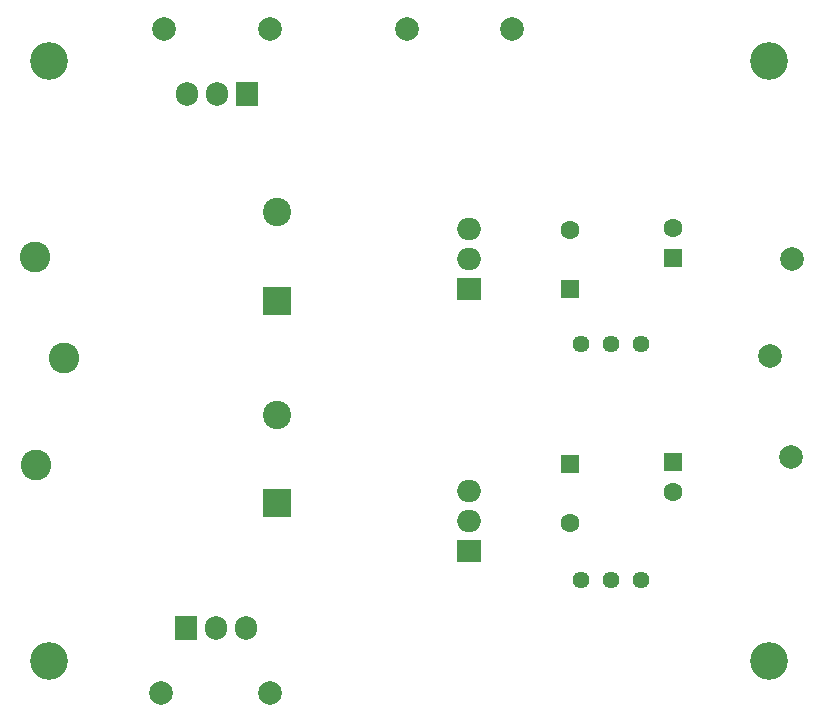
<source format=gbr>
G04 #@! TF.GenerationSoftware,KiCad,Pcbnew,(5.1.10-0-10_14)*
G04 #@! TF.CreationDate,2021-10-03T15:14:27+02:00*
G04 #@! TF.ProjectId,lv-lownoise-psu,6c762d6c-6f77-46e6-9f69-73652d707375,rev?*
G04 #@! TF.SameCoordinates,Original*
G04 #@! TF.FileFunction,Soldermask,Bot*
G04 #@! TF.FilePolarity,Negative*
%FSLAX46Y46*%
G04 Gerber Fmt 4.6, Leading zero omitted, Abs format (unit mm)*
G04 Created by KiCad (PCBNEW (5.1.10-0-10_14)) date 2021-10-03 15:14:27*
%MOMM*%
%LPD*%
G01*
G04 APERTURE LIST*
%ADD10C,1.440000*%
%ADD11C,2.000000*%
%ADD12C,1.600000*%
%ADD13R,1.600000X1.600000*%
%ADD14O,2.000000X1.905000*%
%ADD15R,2.000000X1.905000*%
%ADD16O,1.905000X2.000000*%
%ADD17R,1.905000X2.000000*%
%ADD18C,2.400000*%
%ADD19R,2.400000X2.400000*%
%ADD20C,2.600000*%
%ADD21C,3.200000*%
G04 APERTURE END LIST*
D10*
X135255000Y-77025500D03*
X132715000Y-77025500D03*
X130175000Y-77025500D03*
X135255000Y-57023000D03*
X132715000Y-57023000D03*
X130175000Y-57023000D03*
D11*
X148018500Y-49784000D03*
D12*
X137922000Y-69532500D03*
D13*
X137922000Y-67032500D03*
D12*
X137922000Y-47220500D03*
D13*
X137922000Y-49720500D03*
D12*
X129222500Y-72183000D03*
D13*
X129222500Y-67183000D03*
D12*
X129222500Y-47324000D03*
D13*
X129222500Y-52324000D03*
D11*
X94551500Y-86550500D03*
X103822500Y-86550500D03*
X103822500Y-30353000D03*
X94869000Y-30353000D03*
X124333000Y-30353000D03*
X115379500Y-30353000D03*
X147955000Y-66548000D03*
X146113500Y-58039000D03*
D14*
X120650000Y-69469000D03*
X120650000Y-72009000D03*
D15*
X120650000Y-74549000D03*
D14*
X120650000Y-47244000D03*
X120650000Y-49784000D03*
D15*
X120650000Y-52324000D03*
D16*
X101790500Y-81089500D03*
X99250500Y-81089500D03*
D17*
X96710500Y-81089500D03*
D16*
X96774000Y-35814000D03*
X99314000Y-35814000D03*
D17*
X101854000Y-35814000D03*
D18*
X104394000Y-62992000D03*
D19*
X104394000Y-70492000D03*
D18*
X104394000Y-45840000D03*
D19*
X104394000Y-53340000D03*
D20*
X83921600Y-49631600D03*
X86360000Y-58166000D03*
X83972400Y-67259200D03*
D21*
X146050000Y-33020000D03*
X146050000Y-83820000D03*
X85090000Y-83820000D03*
X85090000Y-33020000D03*
M02*

</source>
